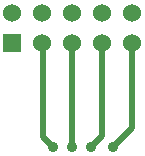
<source format=gbl>
G04 #@! TF.FileFunction,Copper,L2,Bot,Signal*
%FSLAX46Y46*%
G04 Gerber Fmt 4.6, Leading zero omitted, Abs format (unit mm)*
G04 Created by KiCad (PCBNEW 4.0.1-stable) date Sunday, April 24, 2016 'PMt' 05:46:04 PM*
%MOMM*%
G01*
G04 APERTURE LIST*
%ADD10C,0.100000*%
%ADD11R,1.524000X1.524000*%
%ADD12C,1.524000*%
%ADD13C,0.889000*%
%ADD14C,0.508000*%
G04 APERTURE END LIST*
D10*
D11*
X158830000Y-86200000D03*
D12*
X158830000Y-83660000D03*
X161370000Y-86200000D03*
X161370000Y-83660000D03*
X163910000Y-86200000D03*
X163910000Y-83660000D03*
X166450000Y-86200000D03*
X166450000Y-83660000D03*
X168990000Y-86200000D03*
X168990000Y-83660000D03*
D13*
X162260280Y-94973140D03*
X163868100Y-95001080D03*
X165491160Y-95003620D03*
X167319960Y-95013782D03*
D14*
X161370000Y-86200000D02*
X161409380Y-86239380D01*
X161409380Y-86239380D02*
X161409380Y-94160340D01*
X162222180Y-94973140D02*
X162260280Y-94973140D01*
X161409380Y-94160340D02*
X162222180Y-94973140D01*
X163868100Y-95001080D02*
X163868100Y-86241900D01*
X163868100Y-86241900D02*
X163910000Y-86200000D01*
X166450000Y-94044780D02*
X165935659Y-94559121D01*
X166450000Y-86200000D02*
X166450000Y-94044780D01*
X165935659Y-94559121D02*
X165491160Y-95003620D01*
X168990000Y-86200000D02*
X168968420Y-86221580D01*
X168968420Y-86221580D02*
X168968420Y-93403420D01*
X168968420Y-93403420D02*
X167358058Y-95013782D01*
X167358058Y-95013782D02*
X167319960Y-95013782D01*
M02*

</source>
